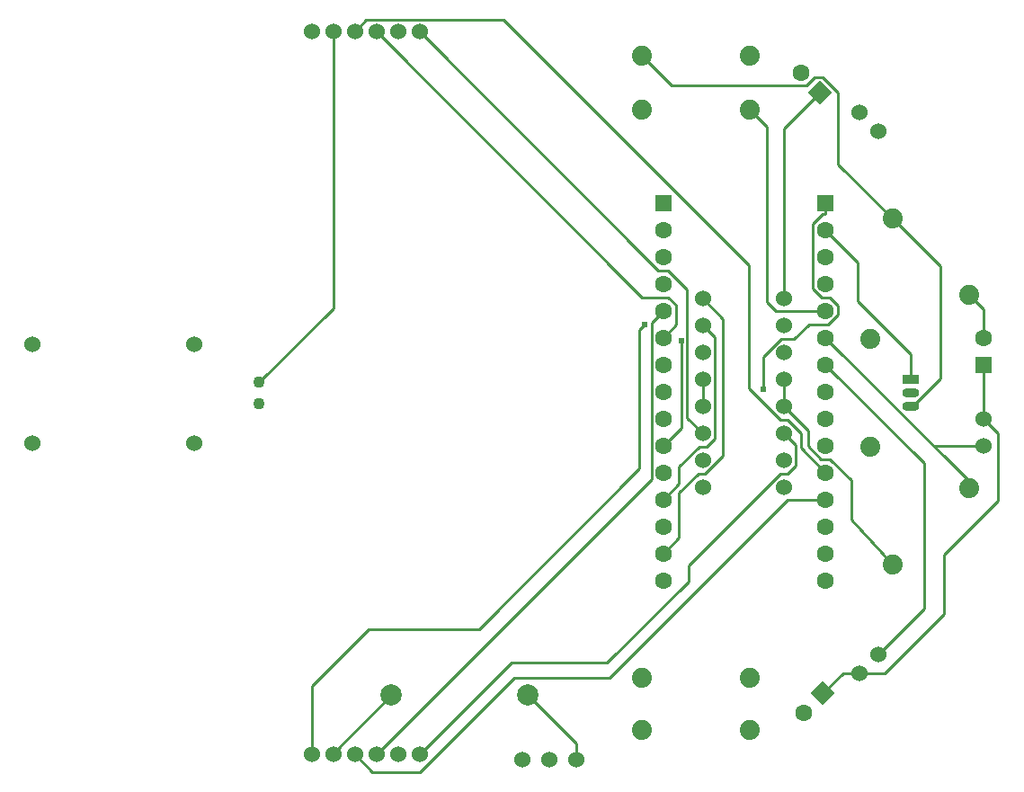
<source format=gbl>
G04 Layer: BottomLayer*
G04 EasyEDA v6.5.34, 2023-08-10 19:04:03*
G04 aaf764472e2f49baad615704bd9e3d85,f0aaafa8627743d499664706fb11d6fc,10*
G04 Gerber Generator version 0.2*
G04 Scale: 100 percent, Rotated: No, Reflected: No *
G04 Dimensions in millimeters *
G04 leading zeros omitted , absolute positions ,4 integer and 5 decimal *
%FSLAX45Y45*%
%MOMM*%

%AMMACRO1*21,1,$1,$2,0,0,$3*%
%ADD10C,0.2540*%
%ADD11C,2.0000*%
%ADD12C,1.1000*%
%ADD13C,1.6000*%
%ADD14MACRO1,1.6X1.6X135.0000*%
%ADD15R,1.6000X1.6000*%
%ADD16MACRO1,1.6X1.6X-135.0000*%
%ADD17C,1.5240*%
%ADD18O,1.5999968X0.8999982*%
%ADD19R,1.6000X0.9000*%
%ADD20C,1.8796*%
%ADD21C,0.6100*%

%LPD*%
D10*
X7302500Y6477000D02*
G01*
X7465568Y6313931D01*
X7465568Y4662931D01*
X7543800Y4584700D01*
X8013700Y4584700D01*
X3784600Y406400D02*
G01*
X6375400Y2997200D01*
X6375400Y4470400D01*
X6489700Y4584700D01*
X3581400Y406400D02*
G01*
X3746500Y241300D01*
X4192777Y241300D01*
X5081777Y1130300D01*
X5976874Y1130300D01*
X7653274Y2806700D01*
X8013700Y2806700D01*
X9264650Y3079750D02*
G01*
X8013700Y4330700D01*
X8330311Y1167485D02*
G01*
X8571585Y1167485D01*
X9131300Y1727200D01*
X9131300Y2286000D01*
X9639300Y2794000D01*
X9639300Y3429000D01*
X9499600Y3568700D01*
X8645143Y5451855D02*
G01*
X9093200Y5003800D01*
X9093200Y3943350D01*
X8832850Y3683000D01*
X8813800Y3683000D01*
X8013700Y4076700D02*
G01*
X8940800Y3149600D01*
X8940800Y1778000D01*
X8510015Y1346962D01*
X8645143Y2193544D02*
G01*
X8255000Y2616200D01*
X8255000Y2991612D01*
X8058911Y3187700D01*
X7972552Y3187700D01*
X7851902Y3308350D01*
X7851902Y3451097D01*
X7620000Y3683000D01*
X8705850Y4286250D02*
G01*
X8813800Y4178300D01*
X8813800Y3937000D01*
X8013700Y5346700D02*
G01*
X8318500Y5041900D01*
X8318500Y4673600D01*
X8705850Y4286250D01*
X8727440Y4264022D01*
X8013700Y3060700D02*
G01*
X7781797Y3292602D01*
X7781797Y3431286D01*
X7657084Y3556000D01*
X7586472Y3556000D01*
X7289800Y3852671D01*
X7289800Y5015737D01*
X4983479Y7321804D01*
X3689604Y7321804D01*
X3581400Y7213600D01*
X3175000Y406400D02*
G01*
X3175000Y1054100D01*
X3708400Y1587500D01*
X4749800Y1587500D01*
X6261100Y3098800D01*
X6261100Y4406900D01*
X6311900Y4457700D01*
X6858000Y4699000D02*
G01*
X7048500Y4508500D01*
X7048500Y3217926D01*
X6878574Y3048000D01*
X6817106Y3048000D01*
X6635495Y2866389D01*
X6635495Y2444495D01*
X6489700Y2298700D01*
X9029529Y3314700D02*
G01*
X9499600Y3314700D01*
X6858000Y3429000D02*
G01*
X6712661Y3574338D01*
X6712661Y4785715D01*
X6532676Y4965700D01*
X6438874Y4965700D01*
X4191000Y7213574D01*
X6858000Y4445000D02*
G01*
X6971588Y4331411D01*
X6971588Y3378403D01*
X6895185Y3302000D01*
X6824446Y3302000D01*
X6635597Y3113151D01*
X6635597Y2952597D01*
X6489700Y2806700D01*
X9363506Y4733493D02*
G01*
X9499600Y4597400D01*
X9499600Y4330700D01*
X5207000Y965200D02*
G01*
X5664200Y508000D01*
X5664200Y355600D01*
X9363506Y2911906D02*
G01*
X9363506Y2980893D01*
X9264650Y3079750D01*
X3926992Y965200D02*
G01*
X3378200Y416407D01*
X3378200Y406400D01*
X6858000Y3683000D02*
G01*
X6858000Y3937000D01*
X7620000Y3937000D02*
G01*
X7620000Y3683000D01*
X3378200Y7213600D02*
G01*
X3378200Y4608499D01*
X2679700Y3909999D01*
X3784600Y7213600D02*
G01*
X6286500Y4711700D01*
X6534835Y4711700D01*
X6610400Y4636135D01*
X6610400Y4451400D01*
X6489700Y4330700D01*
X7620000Y4699000D02*
G01*
X7620000Y6297371D01*
X7963814Y6641185D01*
X9499600Y3568700D02*
G01*
X9499600Y4076700D01*
X7989214Y978788D02*
G01*
X8177911Y1167485D01*
X8330311Y1167485D01*
X6286500Y6985000D02*
G01*
X6566357Y6705142D01*
X7836154Y6705142D01*
X7914106Y6783095D01*
X7987639Y6783095D01*
X8135365Y6635369D01*
X8135365Y5961634D01*
X8645093Y5451906D01*
X6654088Y4301997D02*
G01*
X6654088Y3479088D01*
X6489700Y3314700D01*
X8013700Y5492775D02*
G01*
X7986725Y5492775D01*
X7895996Y5402046D01*
X7895996Y4796307D01*
X7980603Y4711700D01*
X8055584Y4711700D01*
X8132495Y4634788D01*
X8132495Y4549241D01*
X8040954Y4457700D01*
X7859572Y4457700D01*
X7719872Y4318000D01*
X7596073Y4318000D01*
X7428763Y4150690D01*
X7428763Y3846093D01*
X8013700Y5600700D02*
G01*
X8013700Y5492775D01*
X7620000Y3429000D02*
G01*
X7730236Y3318763D01*
X7730236Y3122421D01*
X7655559Y3048000D01*
X7585709Y3048000D01*
X6722618Y2184907D01*
X6722618Y2036318D01*
X5956300Y1270000D01*
X5054600Y1270000D01*
X4191000Y406400D01*
D11*
G01*
X5207000Y965200D03*
G01*
X3926992Y965200D03*
D12*
G01*
X2679700Y3710000D03*
G01*
X2679700Y3909999D03*
D13*
G01*
X7784185Y6820814D03*
D14*
G01*
X7963801Y6641198D03*
D13*
G01*
X9499600Y4330700D03*
D15*
G01*
X9499600Y4076700D03*
D13*
G01*
X7809585Y799185D03*
D16*
G01*
X7989201Y978801D03*
D17*
G01*
X8330311Y6452488D03*
G01*
X8509914Y6272885D03*
G01*
X9499600Y3568700D03*
G01*
X9499600Y3314700D03*
G01*
X8330311Y1167485D03*
G01*
X8509914Y1347088D03*
D18*
G01*
X8813800Y3683000D03*
G01*
X8813800Y3810000D03*
D19*
G01*
X8813800Y3937000D03*
D20*
G01*
X7302500Y6985000D03*
G01*
X6286500Y6985000D03*
G01*
X9363506Y4733493D03*
G01*
X8645093Y5451906D03*
G01*
X7302500Y635000D03*
G01*
X6286500Y635000D03*
G01*
X7302500Y6477000D03*
G01*
X6286500Y6477000D03*
G01*
X9363506Y2911906D03*
G01*
X8645093Y2193493D03*
G01*
X7302500Y1130300D03*
G01*
X6286500Y1130300D03*
G01*
X8432800Y4318000D03*
G01*
X8432800Y3302000D03*
D17*
G01*
X5156200Y355600D03*
G01*
X5410200Y355600D03*
G01*
X5664200Y355600D03*
D15*
G01*
X6489700Y5600700D03*
D13*
G01*
X8013700Y5346700D03*
G01*
X8013700Y4838700D03*
G01*
X8013700Y4330700D03*
G01*
X8013700Y3822700D03*
G01*
X8013700Y3314700D03*
G01*
X8013700Y2806700D03*
G01*
X8013700Y2298700D03*
G01*
X6489700Y2044700D03*
G01*
X6489700Y2552700D03*
G01*
X6489700Y3060700D03*
G01*
X6489700Y3568700D03*
G01*
X6489700Y4076700D03*
G01*
X6489700Y4584700D03*
G01*
X6489700Y5092700D03*
G01*
X6489700Y5346700D03*
G01*
X6489700Y4838700D03*
G01*
X6489700Y4330700D03*
G01*
X6489700Y3822700D03*
G01*
X6489700Y3314700D03*
G01*
X6489700Y2806700D03*
G01*
X6489700Y2298700D03*
G01*
X8013700Y2044700D03*
G01*
X8013700Y2552700D03*
G01*
X8013700Y3060700D03*
G01*
X8013700Y3568700D03*
G01*
X8013700Y4076700D03*
G01*
X8013700Y4584700D03*
G01*
X8013700Y5092700D03*
D15*
G01*
X8013700Y5600700D03*
D17*
G01*
X4191000Y7213582D03*
G01*
X3987812Y7213600D03*
G01*
X3784607Y7213600D03*
G01*
X3581402Y7213600D03*
G01*
X3378197Y7213600D03*
G01*
X3174992Y7213600D03*
G01*
X4191000Y406382D03*
G01*
X3987812Y406400D03*
G01*
X3784607Y406400D03*
G01*
X3581402Y406400D03*
G01*
X3378197Y406400D03*
G01*
X3174992Y406400D03*
G01*
X7620000Y2921000D03*
G01*
X7620000Y3175000D03*
G01*
X7620000Y3429000D03*
G01*
X7620000Y3683000D03*
G01*
X7620000Y3937000D03*
G01*
X7620000Y4191000D03*
G01*
X7620000Y4445000D03*
G01*
X7620000Y4699000D03*
G01*
X6858000Y4699000D03*
G01*
X6858000Y4445000D03*
G01*
X6858000Y4191000D03*
G01*
X6858000Y3937000D03*
G01*
X6858000Y3683000D03*
G01*
X6858000Y3429000D03*
G01*
X6858000Y3175000D03*
G01*
X6858000Y2921000D03*
G01*
X546100Y4267200D03*
G01*
X546100Y3340100D03*
G01*
X2070100Y4267200D03*
G01*
X2070100Y3340100D03*
D21*
G01*
X7428763Y3846093D03*
G01*
X6654088Y4301997D03*
G01*
X6311900Y4457700D03*
M02*

</source>
